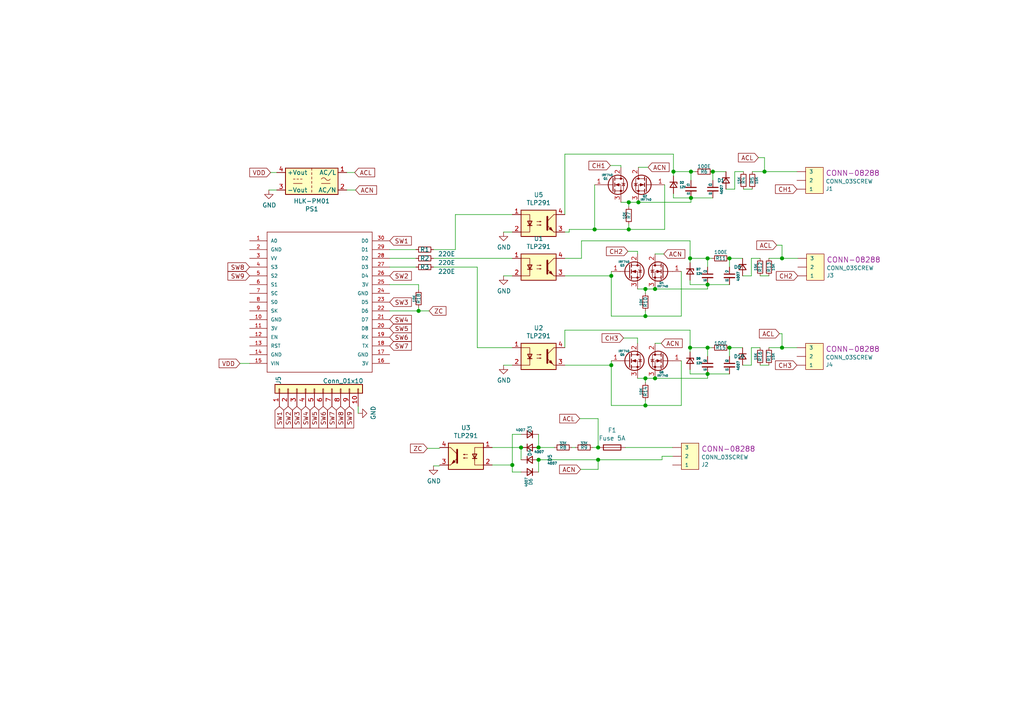
<source format=kicad_sch>
(kicad_sch (version 20250114) (generator "eeschema") (generator_version "9.0")
  (paper "A4")
  (lib_symbols
    (symbol "Connector_Generic:Conn_01x10" (pin_names (offset 1.016) (hide yes))
      (property "Reference" "J" (at 0 12.7 0))
      (property "Value" "Conn_01x10" (at 0 -15.24 0))
      (symbol "Conn_01x10_1_1"
        (rectangle (start -1.27 11.43) (end 1.27 -13.97) (stroke (width 0.254)) (fill (type background)))
        (rectangle (start -1.27 10.287) (end 0 10.033) (stroke (width 0.1524)))
        (rectangle (start -1.27 7.747) (end 0 7.493) (stroke (width 0.1524)))
        (rectangle (start -1.27 5.207) (end 0 4.953) (stroke (width 0.1524)))
        (rectangle (start -1.27 2.667) (end 0 2.413) (stroke (width 0.1524)))
        (rectangle (start -1.27 0.127) (end 0 -0.127) (stroke (width 0.1524)))
        (rectangle (start -1.27 -2.413) (end 0 -2.667) (stroke (width 0.1524)))
        (rectangle (start -1.27 -4.953) (end 0 -5.207) (stroke (width 0.1524)))
        (rectangle (start -1.27 -7.493) (end 0 -7.747) (stroke (width 0.1524)))
        (rectangle (start -1.27 -10.033) (end 0 -10.287) (stroke (width 0.1524)))
        (rectangle (start -1.27 -12.573) (end 0 -12.827) (stroke (width 0.1524)))
        (pin passive line (at -5.08 10.16 0) (length 3.81) (name "Pin_1") (number "1"))
        (pin passive line (at -5.08 7.62 0) (length 3.81) (name "Pin_2") (number "2"))
        (pin passive line (at -5.08 5.08 0) (length 3.81) (name "Pin_3") (number "3"))
        (pin passive line (at -5.08 2.54 0) (length 3.81) (name "Pin_4") (number "4"))
        (pin passive line (at -5.08 0 0) (length 3.81) (name "Pin_5") (number "5"))
        (pin passive line (at -5.08 -2.54 0) (length 3.81) (name "Pin_6") (number "6"))
        (pin passive line (at -5.08 -5.08 0) (length 3.81) (name "Pin_7") (number "7"))
        (pin passive line (at -5.08 -7.62 0) (length 3.81) (name "Pin_8") (number "8"))
        (pin passive line (at -5.08 -10.16 0) (length 3.81) (name "Pin_9") (number "9"))
        (pin passive line (at -5.08 -12.7 0) (length 3.81) (name "Pin_10") (number "10"))
      )
    )
    (symbol "Converter_ACDC:HLK-PM01"
      (property "Reference" "PS" (at 0 5.08 0))
      (property "Value" "HLK-PM01" (at 0 -5.08 0))
      (symbol "HLK-PM01_0_1"
        (rectangle (start -7.62 3.81) (end 7.62 -3.81) (stroke (width 0.254)) (fill (type background)))
        (polyline (pts (xy -5.334 -0.635) (xy -2.794 -0.635)))
        (arc (start -4.064 0.635) (mid -4.699 0.2495) (end -5.334 0.635))
        (arc (start -4.064 0.635) (mid -3.429 1.0072) (end -2.794 0.635))
        (polyline (pts (xy 0 3.81) (xy 0 3.175)))
        (polyline (pts (xy 0 2.54) (xy 0 1.905)))
        (polyline (pts (xy 0 1.27) (xy 0 0.635)))
        (polyline (pts (xy 0 0) (xy 0 -0.635)))
        (polyline (pts (xy 0 -1.27) (xy 0 -1.905)))
        (polyline (pts (xy 0 -2.54) (xy 0 -3.175)))
        (polyline (pts (xy 2.794 0.635) (xy 3.302 0.635)))
        (polyline (pts (xy 2.794 -0.635) (xy 5.334 -0.635)))
        (polyline (pts (xy 3.81 0.635) (xy 4.318 0.635)))
        (polyline (pts (xy 4.826 0.635) (xy 5.334 0.635)))
      )
      (symbol "HLK-PM01_1_1"
        (pin power_in line (at -10.16 2.54 0) (length 2.54) (name "AC/L") (number "1"))
        (pin power_in line (at -10.16 -2.54 0) (length 2.54) (name "AC/N") (number "2"))
        (pin power_out line (at 10.16 2.54 180) (length 2.54) (name "+Vout") (number "4"))
        (pin power_out line (at 10.16 -2.54 180) (length 2.54) (name "-Vout") (number "3"))
      )
    )
    (symbol "Device:C_Small" (pin_numbers (hide yes)) (pin_names (offset 0.254) (hide yes))
      (property "Reference" "C" (at 0.254 1.778 0))
      (property "Value" "C_Small" (at 0.254 -2.032 0))
      (symbol "C_Small_0_1"
        (polyline (pts (xy -1.524 0.508) (xy 1.524 0.508)) (stroke (width 0.3048)))
        (polyline (pts (xy -1.524 -0.508) (xy 1.524 -0.508)) (stroke (width 0.3302)))
      )
      (symbol "C_Small_1_1"
        (pin passive line (at 0 2.54 270) (length 2.032) (name "~") (number "1"))
        (pin passive line (at 0 -2.54 90) (length 2.032) (name "~") (number "2"))
      )
    )
    (symbol "Device:D_Small" (pin_numbers (hide yes)) (pin_names (offset 0.254) (hide yes))
      (property "Reference" "D" (at -1.27 2.032 0))
      (property "Value" "D_Small" (at -3.81 -2.032 0))
      (symbol "D_Small_0_1"
        (polyline (pts (xy -0.762 0) (xy 0.762 0)))
        (polyline (pts (xy -0.762 -1.016) (xy -0.762 1.016)) (stroke (width 0.254)))
        (polyline (pts (xy 0.762 -1.016) (xy -0.762 0) (xy 0.762 1.016) (xy 0.762 -1.016)) (stroke (width 0.254)))
      )
      (symbol "D_Small_1_1"
        (pin passive line (at -2.54 0 0) (length 1.778) (name "K") (number "1"))
        (pin passive line (at 2.54 0 180) (length 1.778) (name "A") (number "2"))
      )
    )
    (symbol "Device:D_Zener_Small" (pin_numbers (hide yes)) (pin_names (offset 0.254) (hide yes))
      (property "Reference" "D" (at 0 2.286 0))
      (property "Value" "D_Zener_Small" (at 0 -2.286 0))
      (symbol "D_Zener_Small_0_1"
        (polyline (pts (xy -0.254 1.016) (xy -0.762 1.016) (xy -0.762 -1.016)) (stroke (width 0.254)))
        (polyline (pts (xy 0.762 1.016) (xy -0.762 0) (xy 0.762 -1.016) (xy 0.762 1.016)) (stroke (width 0.254)))
        (polyline (pts (xy 0.762 0) (xy -0.762 0)))
      )
      (symbol "D_Zener_Small_1_1"
        (pin passive line (at -2.54 0 0) (length 1.778) (name "K") (number "1"))
        (pin passive line (at 2.54 0 180) (length 1.778) (name "A") (number "2"))
      )
    )
    (symbol "Device:Fuse" (pin_numbers (hide yes)) (pin_names (offset 0))
      (property "Reference" "F" (at 2.032 0 90))
      (property "Value" "Fuse" (at -1.905 0 90))
      (symbol "Fuse_0_1"
        (rectangle (start -0.762 -2.54) (end 0.762 2.54) (stroke (width 0.254)))
        (polyline (pts (xy 0 2.54) (xy 0 -2.54)))
      )
      (symbol "Fuse_1_1"
        (pin passive line (at 0 3.81 270) (length 1.27) (name "~") (number "1"))
        (pin passive line (at 0 -3.81 90) (length 1.27) (name "~") (number "2"))
      )
    )
    (symbol "Device:R_Small" (pin_numbers (hide yes)) (pin_names (offset 0.254) (hide yes))
      (property "Reference" "R" (at 0.762 0.508 0))
      (property "Value" "R_Small" (at 0.762 -1.016 0))
      (symbol "R_Small_0_1"
        (rectangle (start -0.762 1.778) (end 0.762 -1.778) (stroke (width 0.2032)))
      )
      (symbol "R_Small_1_1"
        (pin passive line (at 0 2.54 270) (length 0.762) (name "~") (number "1"))
        (pin passive line (at 0 -2.54 90) (length 0.762) (name "~") (number "2"))
      )
    )
    (symbol "Isolator:TLP291"
      (property "Reference" "U" (at -5.08 5.08 0))
      (property "Value" "TLP291" (at 0 5.08 0))
      (symbol "TLP291_0_1"
        (rectangle (start -5.08 3.81) (end 5.08 -3.81) (stroke (width 0.254)) (fill (type background)))
        (polyline (pts (xy -5.08 2.54) (xy -2.54 2.54) (xy -2.54 -1.27) (xy -2.54 0.635)))
        (polyline (pts (xy -3.175 -0.635) (xy -1.905 -0.635)) (stroke (width 0.254)))
        (polyline (pts (xy -2.54 -0.635) (xy -2.54 -2.54) (xy -5.08 -2.54)))
        (polyline (pts (xy -2.54 -0.635) (xy -3.175 0.635) (xy -1.905 0.635) (xy -2.54 -0.635)) (stroke (width 0.254)))
        (polyline (pts (xy -0.508 0.508) (xy 0.762 0.508) (xy 0.381 0.381) (xy 0.381 0.635) (xy 0.762 0.508)))
        (polyline (pts (xy -0.508 -0.508) (xy 0.762 -0.508) (xy 0.381 -0.635) (xy 0.381 -0.381) (xy 0.762 -0.508)))
        (polyline (pts (xy 2.54 1.905) (xy 2.54 -1.905) (xy 2.54 -1.905)) (stroke (width 0.508)))
        (polyline (pts (xy 2.54 0.635) (xy 4.445 2.54)))
        (polyline (pts (xy 3.048 -1.651) (xy 3.556 -1.143) (xy 4.064 -2.159) (xy 3.048 -1.651) (xy 3.048 -1.651)) (fill (type outline)))
        (polyline (pts (xy 4.445 2.54) (xy 5.08 2.54)))
        (polyline (pts (xy 4.445 -2.54) (xy 2.54 -0.635)) (fill (type outline)))
        (polyline (pts (xy 4.445 -2.54) (xy 5.08 -2.54)))
      )
      (symbol "TLP291_1_1"
        (pin passive line (at -7.62 2.54 0) (length 2.54) (name "~") (number "1"))
        (pin passive line (at -7.62 -2.54 0) (length 2.54) (name "~") (number "2"))
        (pin passive line (at 7.62 2.54 180) (length 2.54) (name "~") (number "4"))
        (pin passive line (at 7.62 -2.54 180) (length 2.54) (name "~") (number "3"))
      )
    )
    (symbol "Transistor_FET:IRF740" (pin_names (hide yes))
      (property "Reference" "Q" (at 6.35 1.905 0))
      (property "Value" "IRF740" (at 6.35 0 0))
      (symbol "IRF740_0_1"
        (polyline (pts (xy 0.254 1.905) (xy 0.254 -1.905)) (stroke (width 0.254)))
        (polyline (pts (xy 0.254 0) (xy -2.54 0)))
        (polyline (pts (xy 0.762 2.286) (xy 0.762 1.27)) (stroke (width 0.254)))
        (polyline (pts (xy 0.762 0.508) (xy 0.762 -0.508)) (stroke (width 0.254)))
        (polyline (pts (xy 0.762 -1.27) (xy 0.762 -2.286)) (stroke (width 0.254)))
        (polyline (pts (xy 0.762 -1.778) (xy 3.302 -1.778) (xy 3.302 1.778) (xy 0.762 1.778)))
        (polyline (pts (xy 1.016 0) (xy 2.032 0.381) (xy 2.032 -0.381) (xy 1.016 0)) (fill (type outline)))
        (circle (center 1.651 0) (radius 2.794) (stroke (width 0.254)))
        (polyline (pts (xy 2.54 2.54) (xy 2.54 1.778)))
        (circle (center 2.54 1.778) (radius 0.254) (fill (type outline)))
        (circle (center 2.54 -1.778) (radius 0.254) (fill (type outline)))
        (polyline (pts (xy 2.54 -2.54) (xy 2.54 0) (xy 0.762 0)))
        (polyline (pts (xy 2.794 0.508) (xy 2.921 0.381) (xy 3.683 0.381) (xy 3.81 0.254)))
        (polyline (pts (xy 3.302 0.381) (xy 2.921 -0.254) (xy 3.683 -0.254) (xy 3.302 0.381)))
      )
      (symbol "IRF740_1_1"
        (pin input line (at -5.08 0 0) (length 2.54) (name "G") (number "1"))
        (pin passive line (at 2.54 5.08 270) (length 2.54) (name "D") (number "2"))
        (pin passive line (at 2.54 -5.08 90) (length 2.54) (name "S") (number "3"))
      )
    )
    (symbol "nodemcu01-rescue:CONN_03SCREW-SparkFun-Connectors" (pin_numbers (hide yes)) (pin_names (offset 1.016))
      (property "Reference" "J" (at -5.08 7.62 0))
      (property "Value" "CONN_03SCREW-SparkFun-Connectors" (at -5.08 -3.81 0))
      (property "Field4" "CONN-08288" (at 0 11.43 0))
      (symbol "CONN_03SCREW-SparkFun-Connectors_0_1"
        (rectangle (start 0 -1.27) (end -5.08 6.35) (fill (type background)))
      )
      (symbol "CONN_03SCREW-SparkFun-Connectors_1_1"
        (pin passive line (at 2.54 5.08 180) (length 2.54) (name "3") (number "3"))
        (pin passive line (at 2.54 2.54 180) (length 2.54) (name "2") (number "2"))
        (pin passive line (at 2.54 0 180) (length 2.54) (name "1") (number "1"))
      )
    )
    (symbol "nodemcu01-rescue:NODEMCU-nodemcu2" (pin_names (offset 1.016))
      (symbol "NODEMCU-nodemcu2_1_0"
        (polyline (pts (xy -15.24 20.32) (xy 15.24 20.32)))
        (polyline (pts (xy -15.24 -20.32) (xy -15.24 20.32)))
        (polyline (pts (xy 15.24 20.32) (xy 15.24 -20.32)))
        (polyline (pts (xy 15.24 -20.32) (xy -15.24 -20.32)))
      )
      (symbol "NODEMCU-nodemcu2_1_1"
        (pin bidirectional line (at -20.32 17.78 0) (length 5.08) (name "A0") (number "1"))
        (pin power_in line (at -20.32 15.24 0) (length 5.08) (name "GND") (number "2"))
        (pin bidirectional line (at -20.32 12.7 0) (length 5.08) (name "VV") (number "3"))
        (pin bidirectional line (at -20.32 10.16 0) (length 5.08) (name "S3") (number "4"))
        (pin bidirectional line (at -20.32 7.62 0) (length 5.08) (name "S2") (number "5"))
        (pin bidirectional line (at -20.32 5.08 0) (length 5.08) (name "S1") (number "6"))
        (pin bidirectional line (at -20.32 2.54 0) (length 5.08) (name "SC") (number "7"))
        (pin bidirectional line (at -20.32 0 0) (length 5.08) (name "S0") (number "8"))
        (pin bidirectional line (at -20.32 -2.54 0) (length 5.08) (name "SK") (number "9"))
        (pin power_in line (at -20.32 -5.08 0) (length 5.08) (name "GND") (number "10"))
        (pin power_in line (at -20.32 -7.62 0) (length 5.08) (name "3V") (number "11"))
        (pin bidirectional line (at -20.32 -10.16 0) (length 5.08) (name "EN") (number "12"))
        (pin bidirectional line (at -20.32 -12.7 0) (length 5.08) (name "RST") (number "13"))
        (pin power_in line (at -20.32 -15.24 0) (length 5.08) (name "GND") (number "14"))
        (pin bidirectional line (at -20.32 -17.78 0) (length 5.08) (name "VIN") (number "15"))
        (pin bidirectional line (at 20.32 17.78 180) (length 5.08) (name "D0") (number "30"))
        (pin bidirectional line (at 20.32 15.24 180) (length 5.08) (name "D1") (number "29"))
        (pin bidirectional line (at 20.32 12.7 180) (length 5.08) (name "D2") (number "28"))
        (pin bidirectional line (at 20.32 10.16 180) (length 5.08) (name "D3") (number "27"))
        (pin bidirectional line (at 20.32 7.62 180) (length 5.08) (name "D4") (number "26"))
        (pin power_in line (at 20.32 5.08 180) (length 5.08) (name "3V") (number "25"))
        (pin power_in line (at 20.32 2.54 180) (length 5.08) (name "GND") (number "24"))
        (pin bidirectional line (at 20.32 0 180) (length 5.08) (name "D5") (number "23"))
        (pin bidirectional line (at 20.32 -2.54 180) (length 5.08) (name "D6") (number "22"))
        (pin bidirectional line (at 20.32 -5.08 180) (length 5.08) (name "D7") (number "21"))
        (pin bidirectional line (at 20.32 -7.62 180) (length 5.08) (name "D8") (number "20"))
        (pin bidirectional line (at 20.32 -10.16 180) (length 5.08) (name "RX") (number "19"))
        (pin bidirectional line (at 20.32 -12.7 180) (length 5.08) (name "TX") (number "18"))
        (pin power_in line (at 20.32 -15.24 180) (length 5.08) (name "GND") (number "17"))
        (pin power_in line (at 20.32 -17.78 180) (length 5.08) (name "3V") (number "16"))
      )
    )
    (symbol "power:GND" (power) (pin_names (offset 0))
      (property "Value" "GND" (at 0 -3.81 0))
      (symbol "GND_0_1"
        (polyline (pts (xy 0 0) (xy 0 -1.27) (xy 1.27 -1.27) (xy 0 -2.54) (xy -1.27 -1.27) (xy 0 -1.27)))
      )
      (symbol "GND_1_1"
        (pin power_in line (at 0 0 270) (length 0) (hide yes) (name "GND") (number "1"))
      )
    )
  )
  (junction (at 148.59 134.874) (diameter 1.016))
  (junction (at 173.482 129.794) (diameter 1.016))
  (junction (at 151.13 129.794) (diameter 1.016))
  (junction (at 182.372 66.548) (diameter 1.016))
  (junction (at 226.822 100.838) (diameter 1.016))
  (junction (at 121.412 90.17) (diameter 1.016))
  (junction (at 211.582 100.838) (diameter 1.016))
  (junction (at 187.198 117.602) (diameter 1.016))
  (junction (at 200.152 74.93) (diameter 1.016))
  (junction (at 211.582 74.93) (diameter 1.016))
  (junction (at 177.292 105.918) (diameter 1.016))
  (junction (at 187.198 83.82) (diameter 1.016))
  (junction (at 205.232 100.838) (diameter 1.016))
  (junction (at 195.326 49.784) (diameter 1.016))
  (junction (at 187.198 109.728) (diameter 1.016))
  (junction (at 205.232 82.55) (diameter 1.016))
  (junction (at 200.152 100.838) (diameter 1.016))
  (junction (at 189.992 109.728) (diameter 1.016))
  (junction (at 177.292 80.01) (diameter 1.016))
  (junction (at 206.756 49.784) (diameter 1.016))
  (junction (at 172.466 66.548) (diameter 1.016))
  (junction (at 226.822 74.93) (diameter 1.016))
  (junction (at 185.166 58.674) (diameter 1.016))
  (junction (at 156.21 133.35) (diameter 1.016))
  (junction (at 156.21 129.794) (diameter 1.016))
  (junction (at 221.742 49.784) (diameter 1.016))
  (junction (at 205.232 74.93) (diameter 1.016))
  (junction (at 173.482 133.35) (diameter 1.016))
  (junction (at 182.372 58.674) (diameter 1.016))
  (junction (at 200.406 49.784) (diameter 1.016))
  (junction (at 205.232 108.458) (diameter 1.016))
  (junction (at 187.198 91.694) (diameter 1.016))
  (junction (at 200.406 57.404) (diameter 1.016))
  (junction (at 189.992 83.82) (diameter 1.016))
  (wire (pts (xy 168.148 121.412) (xy 173.482 121.412)))
  (wire (pts (xy 195.326 56.134) (xy 195.326 57.404)))
  (wire (pts (xy 148.59 134.874) (xy 148.59 136.906)))
  (wire (pts (xy 192.024 132.334) (xy 195.072 132.334)))
  (wire (pts (xy 121.412 89.154) (xy 121.412 90.17)))
  (wire (pts (xy 177.292 91.694) (xy 187.198 91.694)))
  (wire (pts (xy 187.198 90.17) (xy 187.198 91.694)))
  (wire (pts (xy 200.152 95.758) (xy 163.83 95.758)))
  (wire (pts (xy 113.03 90.17) (xy 121.412 90.17)))
  (wire (pts (xy 171.958 129.794) (xy 173.482 129.794)))
  (wire (pts (xy 168.656 69.85) (xy 200.152 69.85)))
  (wire (pts (xy 113.03 82.55) (xy 121.412 82.55)))
  (wire (pts (xy 219.964 45.72) (xy 221.742 45.72)))
  (wire (pts (xy 195.326 44.704) (xy 195.326 49.784)))
  (wire (pts (xy 211.582 103.378) (xy 211.582 100.838)))
  (wire (pts (xy 173.482 121.412) (xy 173.482 129.794)))
  (wire (pts (xy 187.198 117.602) (xy 197.612 117.602)))
  (wire (pts (xy 200.152 76.2) (xy 200.152 74.93)))
  (wire (pts (xy 163.83 105.918) (xy 177.292 105.918)))
  (wire (pts (xy 187.198 109.728) (xy 189.992 109.728)))
  (wire (pts (xy 210.566 49.784) (xy 206.756 49.784)))
  (wire (pts (xy 127.508 135.128) (xy 125.73 135.128)))
  (wire (pts (xy 138.43 100.838) (xy 148.59 100.838)))
  (wire (pts (xy 205.232 109.728) (xy 205.232 108.458)))
  (wire (pts (xy 142.748 129.794) (xy 151.13 129.794)))
  (wire (pts (xy 221.742 49.784) (xy 231.14 49.784)))
  (wire (pts (xy 166.878 129.794) (xy 165.862 129.794)))
  (wire (pts (xy 218.186 49.784) (xy 221.742 49.784)))
  (wire (pts (xy 125.73 74.93) (xy 148.59 74.93)))
  (wire (pts (xy 125.73 72.39) (xy 132.08 72.39)))
  (wire (pts (xy 200.152 81.28) (xy 200.152 82.55)))
  (wire (pts (xy 148.59 125.984) (xy 151.13 125.984)))
  (wire (pts (xy 205.232 83.82) (xy 205.232 82.55)))
  (wire (pts (xy 187.198 91.694) (xy 197.612 91.694)))
  (wire (pts (xy 121.412 82.55) (xy 121.412 84.074)))
  (wire (pts (xy 192.786 66.548) (xy 192.786 53.594)))
  (wire (pts (xy 163.83 44.704) (xy 195.326 44.704)))
  (wire (pts (xy 121.412 90.17) (xy 124.46 90.17)))
  (wire (pts (xy 146.05 67.31) (xy 148.59 67.31)))
  (wire (pts (xy 168.402 136.144) (xy 173.482 136.144)))
  (wire (pts (xy 217.932 100.838) (xy 220.472 100.838)))
  (wire (pts (xy 184.912 98.044) (xy 184.912 99.568)))
  (wire (pts (xy 200.406 57.404) (xy 206.756 57.404)))
  (wire (pts (xy 180.848 98.044) (xy 184.912 98.044)))
  (wire (pts (xy 182.372 59.944) (xy 182.372 58.674)))
  (wire (pts (xy 163.83 95.758) (xy 163.83 100.838)))
  (wire (pts (xy 156.21 133.35) (xy 173.482 133.35)))
  (wire (pts (xy 217.932 80.01) (xy 217.932 74.93)))
  (wire (pts (xy 113.03 74.93) (xy 120.65 74.93)))
  (wire (pts (xy 163.83 62.23) (xy 163.83 44.704)))
  (wire (pts (xy 223.012 105.918) (xy 220.472 105.918)))
  (wire (pts (xy 80.264 55.118) (xy 77.978 55.118)))
  (wire (pts (xy 200.152 82.55) (xy 205.232 82.55)))
  (wire (pts (xy 102.87 50.038) (xy 100.584 50.038)))
  (wire (pts (xy 200.406 49.784) (xy 201.676 49.784)))
  (wire (pts (xy 195.072 129.794) (xy 181.356 129.794)))
  (wire (pts (xy 200.152 74.93) (xy 205.232 74.93)))
  (wire (pts (xy 173.482 136.144) (xy 173.482 133.35)))
  (wire (pts (xy 231.14 100.838) (xy 226.822 100.838)))
  (wire (pts (xy 187.198 83.82) (xy 189.992 83.82)))
  (wire (pts (xy 185.166 58.674) (xy 200.406 58.674)))
  (wire (pts (xy 184.912 109.728) (xy 187.198 109.728)))
  (wire (pts (xy 69.596 105.41) (xy 72.39 105.41)))
  (wire (pts (xy 103.886 117.856) (xy 103.886 119.888)))
  (wire (pts (xy 168.656 74.93) (xy 168.656 69.85)))
  (wire (pts (xy 205.232 100.838) (xy 206.502 100.838)))
  (wire (pts (xy 132.08 62.23) (xy 148.59 62.23)))
  (wire (pts (xy 148.59 80.01) (xy 146.05 80.01)))
  (wire (pts (xy 151.13 136.906) (xy 148.59 136.906)))
  (wire (pts (xy 200.406 58.674) (xy 200.406 57.404)))
  (wire (pts (xy 200.152 69.85) (xy 200.152 74.93)))
  (wire (pts (xy 200.152 107.188) (xy 200.152 108.458)))
  (wire (pts (xy 172.466 53.594) (xy 172.466 66.548)))
  (wire (pts (xy 206.756 52.324) (xy 206.756 49.784)))
  (wire (pts (xy 189.992 109.728) (xy 205.232 109.728)))
  (wire (pts (xy 182.372 66.548) (xy 192.786 66.548)))
  (wire (pts (xy 197.612 91.694) (xy 197.612 78.74)))
  (wire (pts (xy 221.742 45.72) (xy 221.742 49.784)))
  (wire (pts (xy 173.482 129.794) (xy 173.736 129.794)))
  (wire (pts (xy 113.03 72.39) (xy 120.65 72.39)))
  (wire (pts (xy 148.59 125.984) (xy 148.59 134.874)))
  (wire (pts (xy 184.912 83.82) (xy 187.198 83.82)))
  (wire (pts (xy 226.06 96.774) (xy 226.822 96.774)))
  (wire (pts (xy 182.372 58.674) (xy 185.166 58.674)))
  (wire (pts (xy 177.292 104.648) (xy 177.292 105.918)))
  (wire (pts (xy 138.43 77.47) (xy 138.43 100.838)))
  (wire (pts (xy 223.012 74.93) (xy 226.822 74.93)))
  (wire (pts (xy 210.566 54.864) (xy 213.106 54.864)))
  (wire (pts (xy 160.782 129.794) (xy 156.21 129.794)))
  (wire (pts (xy 187.198 85.09) (xy 187.198 83.82)))
  (wire (pts (xy 192.024 133.35) (xy 192.024 132.334)))
  (wire (pts (xy 226.822 71.12) (xy 226.822 74.93)))
  (wire (pts (xy 151.13 129.794) (xy 151.13 133.35)))
  (wire (pts (xy 187.198 110.998) (xy 187.198 109.728)))
  (wire (pts (xy 156.21 125.984) (xy 156.21 129.794)))
  (wire (pts (xy 223.012 80.01) (xy 220.472 80.01)))
  (wire (pts (xy 191.77 99.568) (xy 189.992 99.568)))
  (wire (pts (xy 200.152 102.108) (xy 200.152 100.838)))
  (wire (pts (xy 103.124 55.118) (xy 100.584 55.118)))
  (wire (pts (xy 215.392 80.01) (xy 217.932 80.01)))
  (wire (pts (xy 177.292 117.602) (xy 187.198 117.602)))
  (wire (pts (xy 155.956 133.35) (xy 156.21 133.35)))
  (wire (pts (xy 148.59 105.918) (xy 146.05 105.918)))
  (wire (pts (xy 180.086 48.006) (xy 180.086 48.514)))
  (wire (pts (xy 180.086 58.674) (xy 182.372 58.674)))
  (wire (pts (xy 182.372 65.024) (xy 182.372 66.548)))
  (wire (pts (xy 217.932 105.918) (xy 217.932 100.838)))
  (wire (pts (xy 177.038 48.006) (xy 180.086 48.006)))
  (wire (pts (xy 200.406 52.324) (xy 200.406 49.784)))
  (wire (pts (xy 197.612 117.602) (xy 197.612 104.648)))
  (wire (pts (xy 223.012 100.838) (xy 226.822 100.838)))
  (wire (pts (xy 195.326 51.054) (xy 195.326 49.784)))
  (wire (pts (xy 195.326 57.404) (xy 200.406 57.404)))
  (wire (pts (xy 172.466 66.548) (xy 182.372 66.548)))
  (wire (pts (xy 177.292 78.74) (xy 177.292 80.01)))
  (wire (pts (xy 213.106 49.784) (xy 215.646 49.784)))
  (wire (pts (xy 200.152 100.838) (xy 205.232 100.838)))
  (wire (pts (xy 165.1 66.548) (xy 172.466 66.548)))
  (wire (pts (xy 213.106 54.864) (xy 213.106 49.784)))
  (wire (pts (xy 163.83 67.31) (xy 165.1 67.31)))
  (wire (pts (xy 200.152 108.458) (xy 205.232 108.458)))
  (wire (pts (xy 215.392 105.918) (xy 217.932 105.918)))
  (wire (pts (xy 123.952 130.048) (xy 127.508 130.048)))
  (wire (pts (xy 200.152 95.758) (xy 200.152 100.838)))
  (wire (pts (xy 187.198 116.078) (xy 187.198 117.602)))
  (wire (pts (xy 205.232 82.55) (xy 211.582 82.55)))
  (wire (pts (xy 177.292 80.01) (xy 177.292 91.694)))
  (wire (pts (xy 182.118 72.898) (xy 184.912 72.898)))
  (wire (pts (xy 163.83 80.01) (xy 177.292 80.01)))
  (wire (pts (xy 163.83 74.93) (xy 168.656 74.93)))
  (wire (pts (xy 113.03 77.47) (xy 120.65 77.47)))
  (wire (pts (xy 231.394 74.93) (xy 226.822 74.93)))
  (wire (pts (xy 177.292 105.918) (xy 177.292 117.602)))
  (wire (pts (xy 125.73 77.47) (xy 138.43 77.47)))
  (wire (pts (xy 205.232 103.378) (xy 205.232 100.838)))
  (wire (pts (xy 225.298 71.12) (xy 226.822 71.12)))
  (wire (pts (xy 215.392 100.838) (xy 211.582 100.838)))
  (wire (pts (xy 192.532 73.66) (xy 189.992 73.66)))
  (wire (pts (xy 165.1 67.31) (xy 165.1 66.548)))
  (wire (pts (xy 173.482 133.35) (xy 192.024 133.35)))
  (wire (pts (xy 184.912 72.898) (xy 184.912 73.66)))
  (wire (pts (xy 189.992 83.82) (xy 205.232 83.82)))
  (wire (pts (xy 205.232 74.93) (xy 206.502 74.93)))
  (wire (pts (xy 211.582 77.47) (xy 211.582 74.93)))
  (wire (pts (xy 218.186 54.864) (xy 215.646 54.864)))
  (wire (pts (xy 156.21 136.906) (xy 156.21 133.35)))
  (wire (pts (xy 142.748 134.874) (xy 148.59 134.874)))
  (wire (pts (xy 195.326 49.784) (xy 200.406 49.784)))
  (wire (pts (xy 78.486 50.038) (xy 80.264 50.038)))
  (wire (pts (xy 205.232 77.47) (xy 205.232 74.93)))
  (wire (pts (xy 132.08 72.39) (xy 132.08 62.23)))
  (wire (pts (xy 205.232 108.458) (xy 211.582 108.458)))
  (wire (pts (xy 187.96 48.514) (xy 185.166 48.514)))
  (wire (pts (xy 226.822 96.774) (xy 226.822 100.838)))
  (wire (pts (xy 215.392 74.93) (xy 211.582 74.93)))
  (wire (pts (xy 217.932 74.93) (xy 220.472 74.93)))
  (global_label "SW9" (shape input) (at 101.346 117.856 270) (property "Intersheetrefs" "${INTERSHEET_REFS}" (effects (hide yes))))
  (global_label "VDD" (shape input) (at 78.486 50.038 180) (property "Intersheetrefs" "${INTERSHEET_REFS}" (effects (hide yes))))
  (global_label "SW5" (shape input) (at 91.186 117.856 270) (property "Intersheetrefs" "${INTERSHEET_REFS}" (effects (hide yes))))
  (global_label "SW3" (shape input) (at 113.03 87.63 0) (property "Intersheetrefs" "${INTERSHEET_REFS}" (effects (hide yes))))
  (global_label "ACL" (shape input) (at 102.87 50.038 0) (property "Intersheetrefs" "${INTERSHEET_REFS}" (effects (hide yes))))
  (global_label "CH1" (shape input) (at 177.038 48.006 180) (property "Intersheetrefs" "${INTERSHEET_REFS}" (effects (hide yes))))
  (global_label "SW7" (shape input) (at 96.266 117.856 270) (property "Intersheetrefs" "${INTERSHEET_REFS}" (effects (hide yes))))
  (global_label "SW4" (shape input) (at 88.646 117.856 270) (property "Intersheetrefs" "${INTERSHEET_REFS}" (effects (hide yes))))
  (global_label "SW1" (shape input) (at 113.03 69.85 0) (property "Intersheetrefs" "${INTERSHEET_REFS}" (effects (hide yes))))
  (global_label "VDD" (shape input) (at 69.596 105.41 180) (property "Intersheetrefs" "${INTERSHEET_REFS}" (effects (hide yes))))
  (global_label "ACL" (shape input) (at 168.148 121.412 180) (property "Intersheetrefs" "${INTERSHEET_REFS}" (effects (hide yes))))
  (global_label "ACN" (shape input) (at 187.96 48.514 0) (property "Intersheetrefs" "${INTERSHEET_REFS}" (effects (hide yes))))
  (global_label "SW3" (shape input) (at 86.106 117.856 270) (property "Intersheetrefs" "${INTERSHEET_REFS}" (effects (hide yes))))
  (global_label "ACL" (shape input) (at 225.298 71.12 180) (property "Intersheetrefs" "${INTERSHEET_REFS}" (effects (hide yes))))
  (global_label "ZC" (shape input) (at 124.46 90.17 0) (property "Intersheetrefs" "${INTERSHEET_REFS}" (effects (hide yes))))
  (global_label "CH2" (shape input) (at 231.394 80.01 180) (property "Intersheetrefs" "${INTERSHEET_REFS}" (effects (hide yes))))
  (global_label "CH1" (shape input) (at 231.14 54.864 180) (property "Intersheetrefs" "${INTERSHEET_REFS}" (effects (hide yes))))
  (global_label "SW5" (shape input) (at 113.03 95.25 0) (property "Intersheetrefs" "${INTERSHEET_REFS}" (effects (hide yes))))
  (global_label "SW8" (shape input) (at 72.39 77.47 180) (property "Intersheetrefs" "${INTERSHEET_REFS}" (effects (hide yes))))
  (global_label "SW7" (shape input) (at 113.03 100.33 0) (property "Intersheetrefs" "${INTERSHEET_REFS}" (effects (hide yes))))
  (global_label "ZC" (shape input) (at 123.952 130.048 180) (property "Intersheetrefs" "${INTERSHEET_REFS}" (effects (hide yes))))
  (global_label "ACN" (shape input) (at 103.124 55.118 0) (property "Intersheetrefs" "${INTERSHEET_REFS}" (effects (hide yes))))
  (global_label "SW1" (shape input) (at 81.026 117.856 270) (property "Intersheetrefs" "${INTERSHEET_REFS}" (effects (hide yes))))
  (global_label "SW2" (shape input) (at 83.566 117.856 270) (property "Intersheetrefs" "${INTERSHEET_REFS}" (effects (hide yes))))
  (global_label "SW4" (shape input) (at 113.03 92.71 0) (property "Intersheetrefs" "${INTERSHEET_REFS}" (effects (hide yes))))
  (global_label "CH3" (shape input) (at 180.848 98.044 180) (property "Intersheetrefs" "${INTERSHEET_REFS}" (effects (hide yes))))
  (global_label "ACL" (shape input) (at 219.964 45.72 180) (property "Intersheetrefs" "${INTERSHEET_REFS}" (effects (hide yes))))
  (global_label "ACL" (shape input) (at 226.06 96.774 180) (property "Intersheetrefs" "${INTERSHEET_REFS}" (effects (hide yes))))
  (global_label "SW8" (shape input) (at 98.806 117.856 270) (property "Intersheetrefs" "${INTERSHEET_REFS}" (effects (hide yes))))
  (global_label "SW2" (shape input) (at 113.03 80.01 0) (property "Intersheetrefs" "${INTERSHEET_REFS}" (effects (hide yes))))
  (global_label "ACN" (shape input) (at 168.402 136.144 180) (property "Intersheetrefs" "${INTERSHEET_REFS}" (effects (hide yes))))
  (global_label "ACN" (shape input) (at 192.532 73.66 0) (property "Intersheetrefs" "${INTERSHEET_REFS}" (effects (hide yes))))
  (global_label "SW6" (shape input) (at 113.03 97.79 0) (property "Intersheetrefs" "${INTERSHEET_REFS}" (effects (hide yes))))
  (global_label "CH3" (shape input) (at 231.14 105.918 180) (property "Intersheetrefs" "${INTERSHEET_REFS}" (effects (hide yes))))
  (global_label "SW9" (shape input) (at 72.39 80.01 180) (property "Intersheetrefs" "${INTERSHEET_REFS}" (effects (hide yes))))
  (global_label "SW6" (shape input) (at 93.726 117.856 270) (property "Intersheetrefs" "${INTERSHEET_REFS}" (effects (hide yes))))
  (global_label "CH2" (shape input) (at 182.118 72.898 180) (property "Intersheetrefs" "${INTERSHEET_REFS}" (effects (hide yes))))
  (global_label "ACN" (shape input) (at 191.77 99.568 0) (property "Intersheetrefs" "${INTERSHEET_REFS}" (effects (hide yes))))
  (symbol (lib_id "nodemcu01-rescue:NODEMCU-nodemcu2") (at 92.71 87.63 0) (unit 1)
    (property "Reference" "M1" (effects (hide yes)))
    (property "Value" "NODEMCU" (effects (hide yes)))
    (property "Footprint" "nodemcu2:nodemcu2-NODEMCU" (effects (hide yes)))
  )
  (symbol (lib_id "Device:R_Small") (at 123.19 72.39 270) (unit 1)
    (property "Reference" "R1" (at 123.19 72.39 90))
    (property "Value" "220E" (at 129.54 73.66 90))
    (property "Footprint" "Resistor_SMD:R_0805_2012Metric" (effects (hide yes)))
  )
  (symbol (lib_id "power:GND") (at 146.05 67.31 0) (unit 1)
    (property "Reference" "#PWR0101" (effects (hide yes)))
    (property "Value" "GND" (at 146.177 71.7042 0))
  )
  (symbol (lib_id "Device:R_Small") (at 123.19 74.93 270) (unit 1)
    (property "Reference" "R2" (at 123.19 74.93 90))
    (property "Value" "220E" (at 129.54 76.2 90))
    (property "Footprint" "Resistor_SMD:R_0805_2012Metric" (effects (hide yes)))
  )
  (symbol (lib_id "Device:R_Small") (at 123.19 77.47 270) (unit 1)
    (property "Reference" "R3" (at 123.19 77.47 90))
    (property "Value" "220E" (at 129.54 78.74 90))
    (property "Footprint" "Resistor_SMD:R_0805_2012Metric" (effects (hide yes)))
  )
  (symbol (lib_id "power:GND") (at 146.05 80.01 0) (unit 1)
    (property "Reference" "#PWR0102" (effects (hide yes)))
    (property "Value" "GND" (at 146.177 84.4042 0))
  )
  (symbol (lib_id "power:GND") (at 146.05 105.918 0) (unit 1)
    (property "Reference" "#PWR0103" (effects (hide yes)))
    (property "Value" "GND" (at 146.177 110.3122 0))
  )
  (symbol (lib_id "nodemcu01-rescue:CONN_03SCREW-SparkFun-Connectors") (at 233.68 54.864 0) (mirror y) (unit 1)
    (property "Reference" "J1" (at 239.4712 54.737 0) (effects (font (size 1.143 1.143)) (justify right)))
    (property "Value" "CONN_03SCREW" (at 239.4712 52.6034 0) (effects (font (size 1.143 1.143)) (justify right)))
    (property "Footprint" "Connectors:SCREWTERMINAL-3.5MM-3" (effects (hide yes)))
    (property "Field4" "CONN-08288" (at 239.4712 50.1904 0) (effects (font (size 1.524 1.524)) (justify right)))
  )
  (symbol (lib_id "Device:R_Small") (at 218.186 52.324 180) (unit 1)
    (property "Reference" "R5" (at 218.186 52.324 90) (effects (font (size 0.9906 0.9906))))
    (property "Value" "15K" (at 219.456 52.324 90) (effects (font (size 0.7112 0.7112))))
    (property "Footprint" "Resistor_SMD:R_1206_3216Metric" (effects (hide yes)))
  )
  (symbol (lib_id "Device:R_Small") (at 215.646 52.324 180) (unit 1)
    (property "Reference" "R4" (at 215.646 52.324 90) (effects (font (size 0.9906 0.9906))))
    (property "Value" "15K" (at 214.376 52.324 90) (effects (font (size 0.7112 0.7112))))
    (property "Footprint" "Resistor_SMD:R_1206_3216Metric" (effects (hide yes)))
  )
  (symbol (lib_id "Device:D_Small") (at 210.566 52.324 270) (unit 1)
    (property "Reference" "D1" (at 208.026 52.324 90) (effects (font (size 0.9906 0.9906)) (justify left)))
    (property "Value" "4007" (at 209.296 53.594 0) (effects (font (size 0.7112 0.7112)) (justify left)))
    (property "Footprint" "Diode_SMD:D_1206_3216Metric" (effects (hide yes)))
  )
  (symbol (lib_id "Device:R_Small") (at 204.216 49.784 90) (unit 1)
    (property "Reference" "R6" (at 204.216 49.784 90) (effects (font (size 0.9906 0.9906))))
    (property "Value" "100E" (at 204.216 48.26 90) (effects (font (size 0.9906 0.9906))))
    (property "Footprint" "Resistor_SMD:R_1206_3216Metric" (effects (hide yes)))
  )
  (symbol (lib_id "Device:C_Small") (at 206.756 54.864 0) (unit 1)
    (property "Reference" "C2" (at 205.486 53.594 0) (effects (font (size 0.508 0.508)) (justify left)))
    (property "Value" "10" (at 205.486 56.134 0) (effects (font (size 0.508 0.508)) (justify left)))
    (property "Footprint" "Capacitor_SMD:C_1206_3216Metric" (effects (hide yes)))
  )
  (symbol (lib_id "Device:C_Small") (at 200.406 54.864 0) (unit 1)
    (property "Reference" "C1" (at 199.136 53.594 0) (effects (font (size 0.508 0.508)) (justify left)))
    (property "Value" "10" (at 199.136 56.134 0) (effects (font (size 0.508 0.508)) (justify left)))
    (property "Footprint" "Capacitor_SMD:C_1206_3216Metric" (effects (hide yes)))
  )
  (symbol (lib_id "Device:D_Zener_Small") (at 195.326 53.594 270) (unit 1)
    (property "Reference" "D2" (at 197.104 52.959 90) (effects (font (size 0.6096 0.6096)) (justify left)))
    (property "Value" "12V" (at 197.104 54.229 90) (effects (font (size 0.6096 0.6096)) (justify left)))
    (property "Footprint" "Diode_SMD:D_1206_3216Metric" (effects (hide yes)))
  )
  (symbol (lib_id "Transistor_FET:IRF740") (at 177.546 53.594 0) (unit 1)
    (property "Reference" "Q1" (at 175.006 51.816 0) (effects (font (size 0.6096 0.6096)) (justify left)))
    (property "Value" "IRF740" (at 174.498 50.8 0) (effects (font (size 0.6096 0.6096)) (justify left)))
    (property "Footprint" "Package_TO_SOT_THT:TO-220-3_Vertical" (effects (hide yes)))
    (property "Datasheet" "http://www.vishay.com/docs/91054/91054.pdf" (effects (hide yes)))
  )
  (symbol (lib_id "Transistor_FET:IRF740") (at 187.706 53.594 0) (mirror y) (unit 1)
    (property "Reference" "Q2" (at 187.706 56.896 0) (effects (font (size 0.6096 0.6096)) (justify left)))
    (property "Value" "IRF740" (at 188.976 57.912 0) (effects (font (size 0.6096 0.6096)) (justify left)))
    (property "Footprint" "Package_TO_SOT_THT:TO-220-3_Vertical" (effects (hide yes)))
    (property "Datasheet" "http://www.vishay.com/docs/91054/91054.pdf" (effects (hide yes)))
  )
  (symbol (lib_id "Device:R_Small") (at 182.372 62.484 180) (unit 1)
    (property "Reference" "R7" (at 182.372 62.484 90) (effects (font (size 0.9906 0.9906))))
    (property "Value" "10K" (at 181.102 62.484 90) (effects (font (size 0.7112 0.7112))))
    (property "Footprint" "Resistor_SMD:R_1206_3216Metric" (effects (hide yes)))
  )
  (symbol (lib_id "Device:Fuse") (at 177.546 129.794 270) (unit 1)
    (property "Reference" "F1" (at 177.546 124.7902 90))
    (property "Value" "Fuse 5A" (at 177.546 127.1016 90))
    (property "Footprint" "FuseHolder:Fuseholder5x20_horiz_open_inline_Type-I" (effects (hide yes)))
  )
  (symbol (lib_id "nodemcu01-rescue:CONN_03SCREW-SparkFun-Connectors") (at 197.612 134.874 0) (mirror y) (unit 1)
    (property "Reference" "J2" (at 203.4032 134.747 0) (effects (font (size 1.143 1.143)) (justify right)))
    (property "Value" "CONN_03SCREW" (at 203.4032 132.6134 0) (effects (font (size 1.143 1.143)) (justify right)))
    (property "Footprint" "Connectors:SCREWTERMINAL-3.5MM-3" (effects (hide yes)))
    (property "Field4" "CONN-08288" (at 203.4032 130.2004 0) (effects (font (size 1.524 1.524)) (justify right)))
  )
  (symbol (lib_id "Device:D_Small") (at 153.67 125.984 180) (unit 1)
    (property "Reference" "D3" (at 153.67 123.444 90) (effects (font (size 0.9906 0.9906)) (justify left)))
    (property "Value" "4007" (at 152.4 124.714 0) (effects (font (size 0.7112 0.7112)) (justify left)))
    (property "Footprint" "Diode_SMD:D_1206_3216Metric" (effects (hide yes)))
  )
  (symbol (lib_id "Device:D_Small") (at 153.67 129.794 0) (unit 1)
    (property "Reference" "D4" (at 153.67 132.334 90) (effects (font (size 0.9906 0.9906)) (justify left)))
    (property "Value" "4007" (at 154.94 131.064 0) (effects (font (size 0.7112 0.7112)) (justify left)))
    (property "Footprint" "Diode_SMD:D_1206_3216Metric" (effects (hide yes)))
  )
  (symbol (lib_id "Device:D_Small") (at 153.67 133.35 0) (unit 1)
    (property "Reference" "D5" (at 159.512 133.858 90) (effects (font (size 0.9906 0.9906)) (justify left)))
    (property "Value" "4007" (at 158.75 134.366 0) (effects (font (size 0.7112 0.7112)) (justify left)))
    (property "Footprint" "Diode_SMD:D_1206_3216Metric" (effects (hide yes)))
  )
  (symbol (lib_id "Device:D_Small") (at 153.67 136.906 180) (unit 1)
    (property "Reference" "D6" (at 153.924 138.684 90) (effects (font (size 0.9906 0.9906)) (justify left)))
    (property "Value" "4007" (at 152.654 138.43 90) (effects (font (size 0.7112 0.7112)) (justify left)))
    (property "Footprint" "Diode_SMD:D_1206_3216Metric" (effects (hide yes)))
  )
  (symbol (lib_id "nodemcu01-rescue:CONN_03SCREW-SparkFun-Connectors") (at 233.68 105.918 0) (mirror y) (unit 1)
    (property "Reference" "J4" (at 239.4712 105.791 0) (effects (font (size 1.143 1.143)) (justify right)))
    (property "Value" "CONN_03SCREW" (at 239.4712 103.6574 0) (effects (font (size 1.143 1.143)) (justify right)))
    (property "Footprint" "Connectors:SCREWTERMINAL-3.5MM-3" (effects (hide yes)))
    (property "Field4" "CONN-08288" (at 239.4712 101.2444 0) (effects (font (size 1.524 1.524)) (justify right)))
  )
  (symbol (lib_id "Device:R_Small") (at 223.012 103.378 180) (unit 1)
    (property "Reference" "R17" (at 223.012 103.378 90) (effects (font (size 0.9906 0.9906))))
    (property "Value" "15K" (at 224.282 103.378 90) (effects (font (size 0.7112 0.7112))))
    (property "Footprint" "Resistor_SMD:R_1206_3216Metric" (effects (hide yes)))
  )
  (symbol (lib_id "Device:D_Small") (at 215.392 103.378 270) (unit 1)
    (property "Reference" "D10" (at 212.852 103.378 90) (effects (font (size 0.9906 0.9906)) (justify left)))
    (property "Value" "4007" (at 214.122 104.648 0) (effects (font (size 0.7112 0.7112)) (justify left)))
    (property "Footprint" "Diode_SMD:D_1206_3216Metric" (effects (hide yes)))
  )
  (symbol (lib_id "Device:R_Small") (at 209.042 100.838 90) (unit 1)
    (property "Reference" "R15" (at 209.042 100.838 90) (effects (font (size 0.9906 0.9906))))
    (property "Value" "100E" (at 209.042 99.568 90) (effects (font (size 0.9906 0.9906))))
    (property "Footprint" "Resistor_SMD:R_1206_3216Metric" (effects (hide yes)))
  )
  (symbol (lib_id "Device:C_Small") (at 211.582 105.918 0) (unit 1)
    (property "Reference" "C6" (at 210.312 104.648 0) (effects (font (size 0.508 0.508)) (justify left)))
    (property "Value" "10" (at 210.312 107.188 0) (effects (font (size 0.508 0.508)) (justify left)))
    (property "Footprint" "Capacitor_SMD:C_1206_3216Metric" (effects (hide yes)))
  )
  (symbol (lib_id "Device:C_Small") (at 205.232 105.918 0) (unit 1)
    (property "Reference" "C5" (at 203.962 104.648 0) (effects (font (size 0.508 0.508)) (justify left)))
    (property "Value" "10" (at 203.962 107.188 0) (effects (font (size 0.508 0.508)) (justify left)))
    (property "Footprint" "Capacitor_SMD:C_1206_3216Metric" (effects (hide yes)))
  )
  (symbol (lib_id "Device:R_Small") (at 220.472 103.378 180) (unit 1)
    (property "Reference" "R16" (at 220.472 103.378 90) (effects (font (size 0.9906 0.9906))))
    (property "Value" "15K" (at 219.202 103.378 90) (effects (font (size 0.7112 0.7112))))
    (property "Footprint" "Resistor_SMD:R_1206_3216Metric" (effects (hide yes)))
  )
  (symbol (lib_id "Device:D_Zener_Small") (at 200.152 104.648 270) (unit 1)
    (property "Reference" "D9" (at 201.93 104.013 90) (effects (font (size 0.6096 0.6096)) (justify left)))
    (property "Value" "12V" (at 201.93 105.283 90) (effects (font (size 0.6096 0.6096)) (justify left)))
    (property "Footprint" "Diode_SMD:D_1206_3216Metric" (effects (hide yes)))
  )
  (symbol (lib_id "Transistor_FET:IRF740") (at 182.372 104.648 0) (unit 1)
    (property "Reference" "Q5" (at 179.832 102.87 0) (effects (font (size 0.6096 0.6096)) (justify left)))
    (property "Value" "IRF740" (at 179.324 101.854 0) (effects (font (size 0.6096 0.6096)) (justify left)))
    (property "Footprint" "Package_TO_SOT_THT:TO-220-3_Vertical" (effects (hide yes)))
    (property "Datasheet" "http://www.vishay.com/docs/91054/91054.pdf" (effects (hide yes)))
  )
  (symbol (lib_id "Transistor_FET:IRF740") (at 192.532 104.648 0) (mirror y) (unit 1)
    (property "Reference" "Q6" (at 192.532 107.95 0) (effects (font (size 0.6096 0.6096)) (justify left)))
    (property "Value" "IRF740" (at 193.802 108.966 0) (effects (font (size 0.6096 0.6096)) (justify left)))
    (property "Footprint" "Package_TO_SOT_THT:TO-220-3_Vertical" (effects (hide yes)))
    (property "Datasheet" "http://www.vishay.com/docs/91054/91054.pdf" (effects (hide yes)))
  )
  (symbol (lib_id "Device:R_Small") (at 187.198 113.538 180) (unit 1)
    (property "Reference" "R14" (at 187.198 113.538 90) (effects (font (size 0.9906 0.9906))))
    (property "Value" "10K" (at 185.928 113.538 90) (effects (font (size 0.7112 0.7112))))
    (property "Footprint" "Resistor_SMD:R_1206_3216Metric" (effects (hide yes)))
  )
  (symbol (lib_id "power:GND") (at 125.73 135.128 0) (unit 1)
    (property "Reference" "#PWR0104" (effects (hide yes)))
    (property "Value" "GND" (at 125.857 139.5222 0))
  )
  (symbol (lib_id "Device:R_Small") (at 169.418 129.794 90) (unit 1)
    (property "Reference" "R9" (at 169.418 129.794 90) (effects (font (size 0.9906 0.9906))))
    (property "Value" "33K" (at 169.418 128.524 90) (effects (font (size 0.7112 0.7112))))
    (property "Footprint" "Resistor_SMD:R_1206_3216Metric" (effects (hide yes)))
  )
  (symbol (lib_id "Device:R_Small") (at 163.322 129.794 90) (unit 1)
    (property "Reference" "R8" (at 163.322 129.794 90) (effects (font (size 0.9906 0.9906))))
    (property "Value" "33K" (at 163.322 128.524 90) (effects (font (size 0.7112 0.7112))))
    (property "Footprint" "Resistor_SMD:R_1206_3216Metric" (effects (hide yes)))
  )
  (symbol (lib_id "Converter_ACDC:HLK-PM01") (at 90.424 52.578 0) (mirror y) (unit 1)
    (property "Reference" "PS1" (at 90.424 60.6298 0))
    (property "Value" "HLK-PM01" (at 90.424 58.3184 0))
    (property "Footprint" "Converter_ACDC:Converter_ACDC_HiLink_HLK-PMxx" (effects (hide yes)))
    (property "Datasheet" "http://www.hlktech.net/product_detail.php?ProId=54" (effects (hide yes)))
  )
  (symbol (lib_id "Device:R_Small") (at 121.412 86.614 180) (unit 1)
    (property "Reference" "R18" (at 121.412 86.614 90) (effects (font (size 0.9906 0.9906))))
    (property "Value" "10K" (at 120.142 86.614 90) (effects (font (size 0.7112 0.7112))))
    (property "Footprint" "Resistor_SMD:R_1206_3216Metric" (effects (hide yes)))
  )
  (symbol (lib_id "Connector_Generic:Conn_01x10") (at 91.186 112.776 90) (unit 1)
    (property "Reference" "J5" (at 80.772 111.506 0) (effects (justify left)))
    (property "Value" "Conn_01x10" (at 105.41 110.49 90) (effects (justify left)))
    (property "Footprint" "Connector_JST:JST_XH_B10B-XH-A_1x10_P2.50mm_Vertical" (effects (hide yes)))
  )
  (symbol (lib_id "nodemcu01-rescue:CONN_03SCREW-SparkFun-Connectors") (at 233.934 80.01 0) (mirror y) (unit 1)
    (property "Reference" "J3" (at 239.7252 79.883 0) (effects (font (size 1.143 1.143)) (justify right)))
    (property "Value" "CONN_03SCREW" (at 239.7252 77.7494 0) (effects (font (size 1.143 1.143)) (justify right)))
    (property "Footprint" "Connectors:SCREWTERMINAL-3.5MM-3" (effects (hide yes)))
    (property "Field4" "CONN-08288" (at 239.7252 75.3364 0) (effects (font (size 1.524 1.524)) (justify right)))
  )
  (symbol (lib_id "Device:R_Small") (at 223.012 77.47 180) (unit 1)
    (property "Reference" "R13" (at 223.012 77.47 90) (effects (font (size 0.9906 0.9906))))
    (property "Value" "15K" (at 224.282 77.47 90) (effects (font (size 0.7112 0.7112))))
    (property "Footprint" "Resistor_SMD:R_1206_3216Metric" (effects (hide yes)))
  )
  (symbol (lib_id "Device:D_Small") (at 215.392 77.47 270) (unit 1)
    (property "Reference" "D8" (at 212.852 77.47 90) (effects (font (size 0.9906 0.9906)) (justify left)))
    (property "Value" "4007" (at 214.122 78.74 0) (effects (font (size 0.7112 0.7112)) (justify left)))
    (property "Footprint" "Diode_SMD:D_1206_3216Metric" (effects (hide yes)))
  )
  (symbol (lib_id "Device:R_Small") (at 209.042 74.93 90) (unit 1)
    (property "Reference" "R11" (at 209.042 74.93 90) (effects (font (size 0.9906 0.9906))))
    (property "Value" "100E" (at 209.042 73.152 90) (effects (font (size 0.9906 0.9906))))
    (property "Footprint" "Resistor_SMD:R_1206_3216Metric" (effects (hide yes)))
  )
  (symbol (lib_id "Device:C_Small") (at 211.582 80.01 0) (unit 1)
    (property "Reference" "C4" (at 210.312 78.74 0) (effects (font (size 0.508 0.508)) (justify left)))
    (property "Value" "10" (at 210.312 81.28 0) (effects (font (size 0.508 0.508)) (justify left)))
    (property "Footprint" "Capacitor_SMD:C_1206_3216Metric" (effects (hide yes)))
  )
  (symbol (lib_id "Device:C_Small") (at 205.232 80.01 0) (unit 1)
    (property "Reference" "C3" (at 203.962 78.74 0) (effects (font (size 0.508 0.508)) (justify left)))
    (property "Value" "10" (at 203.962 81.28 0) (effects (font (size 0.508 0.508)) (justify left)))
    (property "Footprint" "Capacitor_SMD:C_1206_3216Metric" (effects (hide yes)))
  )
  (symbol (lib_id "Device:R_Small") (at 220.472 77.47 180) (unit 1)
    (property "Reference" "R12" (at 220.472 77.47 90) (effects (font (size 0.9906 0.9906))))
    (property "Value" "15K" (at 219.202 77.47 90) (effects (font (size 0.7112 0.7112))))
    (property "Footprint" "Resistor_SMD:R_1206_3216Metric" (effects (hide yes)))
  )
  (symbol (lib_id "Device:D_Zener_Small") (at 200.152 78.74 270) (unit 1)
    (property "Reference" "D7" (at 201.93 78.105 90) (effects (font (size 0.6096 0.6096)) (justify left)))
    (property "Value" "12V" (at 201.93 79.375 90) (effects (font (size 0.6096 0.6096)) (justify left)))
    (property "Footprint" "Diode_SMD:D_1206_3216Metric" (effects (hide yes)))
  )
  (symbol (lib_id "Transistor_FET:IRF740") (at 182.372 78.74 0) (unit 1)
    (property "Reference" "Q3" (at 179.832 76.962 0) (effects (font (size 0.6096 0.6096)) (justify left)))
    (property "Value" "IRF740" (at 179.324 75.946 0) (effects (font (size 0.6096 0.6096)) (justify left)))
    (property "Footprint" "Package_TO_SOT_THT:TO-220-3_Vertical" (effects (hide yes)))
    (property "Datasheet" "http://www.vishay.com/docs/91054/91054.pdf" (effects (hide yes)))
  )
  (symbol (lib_id "Transistor_FET:IRF740") (at 192.532 78.74 0) (mirror y) (unit 1)
    (property "Reference" "Q4" (at 192.532 82.042 0) (effects (font (size 0.6096 0.6096)) (justify left)))
    (property "Value" "IRF740" (at 193.802 83.058 0) (effects (font (size 0.6096 0.6096)) (justify left)))
    (property "Footprint" "Package_TO_SOT_THT:TO-220-3_Vertical" (effects (hide yes)))
    (property "Datasheet" "http://www.vishay.com/docs/91054/91054.pdf" (effects (hide yes)))
  )
  (symbol (lib_id "Device:R_Small") (at 187.198 87.63 180) (unit 1)
    (property "Reference" "R10" (at 187.198 87.63 90) (effects (font (size 0.9906 0.9906))))
    (property "Value" "10K" (at 185.928 87.63 90) (effects (font (size 0.7112 0.7112))))
    (property "Footprint" "Resistor_SMD:R_1206_3216Metric" (effects (hide yes)))
  )
  (symbol (lib_id "power:GND") (at 103.886 119.888 90) (unit 1)
    (property "Reference" "#PWR0106" (effects (hide yes)))
    (property "Value" "GND" (at 108.2802 119.761 0))
  )
  (symbol (lib_id "power:GND") (at 77.978 55.118 0) (unit 1)
    (property "Reference" "#PWR0105" (effects (hide yes)))
    (property "Value" "GND" (at 78.105 59.5122 0))
  )
  (symbol (lib_id "Isolator:TLP291") (at 156.21 64.77 0) (unit 1)
    (property "Reference" "U5" (at 156.21 56.515 0))
    (property "Value" "TLP291" (at 156.21 58.8264 0))
    (property "Footprint" "Package_SO:SOIC-4_4.55x2.6mm_P1.27mm" (effects (hide yes)))
    (property "Datasheet" "https://toshiba.semicon-storage.com/info/docget.jsp?did=12884&prodName=TLP291" (effects (hide yes)))
  )
  (symbol (lib_id "Isolator:TLP291") (at 156.21 77.47 0) (unit 1)
    (property "Reference" "U1" (at 156.21 69.215 0))
    (property "Value" "TLP291" (at 156.21 71.5264 0))
    (property "Footprint" "Package_SO:SOIC-4_4.55x2.6mm_P1.27mm" (effects (hide yes)))
    (property "Datasheet" "https://toshiba.semicon-storage.com/info/docget.jsp?did=12884&prodName=TLP291" (effects (hide yes)))
  )
  (symbol (lib_id "Isolator:TLP291") (at 156.21 103.378 0) (unit 1)
    (property "Reference" "U2" (at 156.21 95.123 0))
    (property "Value" "TLP291" (at 156.21 97.4344 0))
    (property "Footprint" "Package_SO:SOIC-4_4.55x2.6mm_P1.27mm" (effects (hide yes)))
    (property "Datasheet" "https://toshiba.semicon-storage.com/info/docget.jsp?did=12884&prodName=TLP291" (effects (hide yes)))
  )
  (symbol (lib_id "Isolator:TLP291") (at 135.128 132.334 0) (mirror y) (unit 1)
    (property "Reference" "U3" (at 135.128 124.079 0))
    (property "Value" "TLP291" (at 135.128 126.3904 0))
    (property "Footprint" "Package_SO:SOIC-4_4.55x2.6mm_P1.27mm" (effects (hide yes)))
    (property "Datasheet" "https://toshiba.semicon-storage.com/info/docget.jsp?did=12884&prodName=TLP291" (effects (hide yes)))
  )
)
</source>
